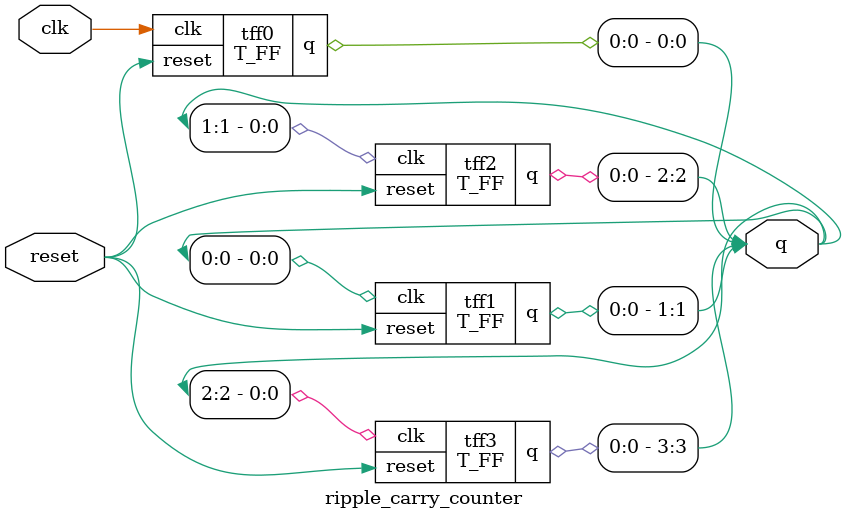
<source format=v>
module D_FF(q, d, clk, reset);
output q;
input d, clk, reset;
reg q;
always @(posedge reset or negedge clk)
if(reset)
	q<=1'b0;
else
	q<=d;
	
endmodule

module T_FF(q, clk, reset);
output q;
input clk, reset;
wire d;

D_FF dff0(q,d,clk,reset);
not n1(d,q);
endmodule

module ripple_carry_counter(q, clk, reset);

output [3:0] q;
input clk, reset;

T_FF tff0(q[0], clk, reset);
T_FF tff1(q[1], q[0], reset);
T_FF tff2(q[2], q[1], reset);
T_FF tff3(q[3], q[2], reset);

endmodule
</source>
